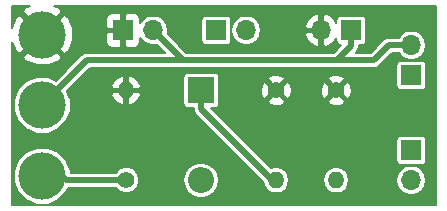
<source format=gbr>
%TF.GenerationSoftware,KiCad,Pcbnew,5.0.1-33cea8e~68~ubuntu16.04.1*%
%TF.CreationDate,2018-12-14T10:51:57+01:00*%
%TF.ProjectId,EVSE-Car-Simulator,455653452D4361722D53696D756C6174,rev?*%
%TF.SameCoordinates,Original*%
%TF.FileFunction,Copper,L1,Top,Signal*%
%TF.FilePolarity,Positive*%
%FSLAX46Y46*%
G04 Gerber Fmt 4.6, Leading zero omitted, Abs format (unit mm)*
G04 Created by KiCad (PCBNEW 5.0.1-33cea8e~68~ubuntu16.04.1) date Fr 14 Dez 2018 10:51:57 CET*
%MOMM*%
%LPD*%
G01*
G04 APERTURE LIST*
%ADD10C,1.400000*%
%ADD11O,1.400000X1.400000*%
%ADD12C,4.000000*%
%ADD13R,1.700000X1.700000*%
%ADD14O,1.700000X1.700000*%
%ADD15O,2.200000X2.200000*%
%ADD16R,2.200000X2.200000*%
%ADD17C,0.500000*%
%ADD18C,0.200000*%
G04 APERTURE END LIST*
D10*
X134620000Y-109220000D03*
D11*
X134620000Y-101600000D03*
D12*
X127508000Y-108870000D03*
X127508000Y-102870000D03*
X127508000Y-96870000D03*
D13*
X134366000Y-96520000D03*
D14*
X136906000Y-96520000D03*
D15*
X140970000Y-109220000D03*
D16*
X140970000Y-101600000D03*
D13*
X153670000Y-96520000D03*
D14*
X151130000Y-96520000D03*
X158750000Y-97790000D03*
D13*
X158750000Y-100330000D03*
D14*
X144780000Y-96520000D03*
D13*
X142240000Y-96520000D03*
X158750000Y-106680000D03*
D14*
X158750000Y-109220000D03*
D11*
X147320000Y-109220000D03*
D10*
X147320000Y-101600000D03*
X152400000Y-101600000D03*
D11*
X152400000Y-109220000D03*
D17*
X127508000Y-102870000D02*
X128016000Y-102870000D01*
X153670000Y-97870000D02*
X152480000Y-99060000D01*
X153670000Y-96520000D02*
X153670000Y-97870000D01*
X152480000Y-99060000D02*
X139446000Y-99060000D01*
X139446000Y-99060000D02*
X137541000Y-97155000D01*
X137541000Y-97155000D02*
X136906000Y-96520000D01*
X131318000Y-99060000D02*
X127508000Y-102870000D01*
X139446000Y-99060000D02*
X131318000Y-99060000D01*
X158750000Y-97790000D02*
X156845000Y-97790000D01*
X156845000Y-97790000D02*
X155575000Y-99060000D01*
X155575000Y-99060000D02*
X152480000Y-99060000D01*
X127000000Y-107950000D02*
X128270000Y-107950000D01*
X129540000Y-109220000D02*
X134620000Y-109220000D01*
X128270000Y-107950000D02*
X129540000Y-109220000D01*
X140970000Y-103200000D02*
X146990000Y-109220000D01*
X146990000Y-109220000D02*
X147320000Y-109220000D01*
X140970000Y-101600000D02*
X140970000Y-103200000D01*
D18*
G36*
X126072236Y-94631839D02*
X125847459Y-94991670D01*
X127508000Y-96652211D01*
X129168541Y-94991670D01*
X128943764Y-94631839D01*
X128493216Y-94455000D01*
X160815001Y-94455000D01*
X160815000Y-111285000D01*
X124935000Y-111285000D01*
X124935000Y-108392610D01*
X125108000Y-108392610D01*
X125108000Y-109347390D01*
X125473378Y-110229491D01*
X126148509Y-110904622D01*
X127030610Y-111270000D01*
X127985390Y-111270000D01*
X128867491Y-110904622D01*
X129542622Y-110229491D01*
X129691528Y-109870000D01*
X133714365Y-109870000D01*
X133996900Y-110152535D01*
X134401196Y-110320000D01*
X134838804Y-110320000D01*
X135243100Y-110152535D01*
X135552535Y-109843100D01*
X135720000Y-109438804D01*
X135720000Y-109220000D01*
X139440614Y-109220000D01*
X139557032Y-109805271D01*
X139888561Y-110301439D01*
X140384729Y-110632968D01*
X140822267Y-110720000D01*
X141117733Y-110720000D01*
X141555271Y-110632968D01*
X142051439Y-110301439D01*
X142382968Y-109805271D01*
X142499386Y-109220000D01*
X142382968Y-108634729D01*
X142051439Y-108138561D01*
X141555271Y-107807032D01*
X141117733Y-107720000D01*
X140822267Y-107720000D01*
X140384729Y-107807032D01*
X139888561Y-108138561D01*
X139557032Y-108634729D01*
X139440614Y-109220000D01*
X135720000Y-109220000D01*
X135720000Y-109001196D01*
X135552535Y-108596900D01*
X135243100Y-108287465D01*
X134838804Y-108120000D01*
X134401196Y-108120000D01*
X133996900Y-108287465D01*
X133714365Y-108570000D01*
X129908000Y-108570000D01*
X129908000Y-108392610D01*
X129542622Y-107510509D01*
X128867491Y-106835378D01*
X127985390Y-106470000D01*
X127030610Y-106470000D01*
X126148509Y-106835378D01*
X125473378Y-107510509D01*
X125108000Y-108392610D01*
X124935000Y-108392610D01*
X124935000Y-102392610D01*
X125108000Y-102392610D01*
X125108000Y-103347390D01*
X125473378Y-104229491D01*
X126148509Y-104904622D01*
X127030610Y-105270000D01*
X127985390Y-105270000D01*
X128867491Y-104904622D01*
X129542622Y-104229491D01*
X129908000Y-103347390D01*
X129908000Y-102392610D01*
X129726860Y-101955299D01*
X133361167Y-101955299D01*
X133592957Y-102409988D01*
X133981105Y-102741364D01*
X134264703Y-102858820D01*
X134466000Y-102745696D01*
X134466000Y-101754000D01*
X134774000Y-101754000D01*
X134774000Y-102745696D01*
X134975297Y-102858820D01*
X135258895Y-102741364D01*
X135647043Y-102409988D01*
X135878833Y-101955299D01*
X135766916Y-101754000D01*
X134774000Y-101754000D01*
X134466000Y-101754000D01*
X133473084Y-101754000D01*
X133361167Y-101955299D01*
X129726860Y-101955299D01*
X129614119Y-101683119D01*
X130052537Y-101244701D01*
X133361167Y-101244701D01*
X133473084Y-101446000D01*
X134466000Y-101446000D01*
X134466000Y-100454304D01*
X134774000Y-100454304D01*
X134774000Y-101446000D01*
X135766916Y-101446000D01*
X135878833Y-101244701D01*
X135647043Y-100790012D01*
X135307346Y-100500000D01*
X139462164Y-100500000D01*
X139462164Y-102700000D01*
X139493209Y-102856072D01*
X139581616Y-102988384D01*
X139713928Y-103076791D01*
X139870000Y-103107836D01*
X140320001Y-103107836D01*
X140320001Y-103135979D01*
X140307266Y-103200000D01*
X140334841Y-103338623D01*
X140357715Y-103453617D01*
X140501377Y-103668624D01*
X140555652Y-103704889D01*
X146230156Y-109379394D01*
X146283823Y-109649199D01*
X146526944Y-110013056D01*
X146890801Y-110256177D01*
X147211661Y-110320000D01*
X147428339Y-110320000D01*
X147749199Y-110256177D01*
X148113056Y-110013056D01*
X148356177Y-109649199D01*
X148441550Y-109220000D01*
X151278450Y-109220000D01*
X151363823Y-109649199D01*
X151606944Y-110013056D01*
X151970801Y-110256177D01*
X152291661Y-110320000D01*
X152508339Y-110320000D01*
X152829199Y-110256177D01*
X153193056Y-110013056D01*
X153436177Y-109649199D01*
X153521550Y-109220000D01*
X157475512Y-109220000D01*
X157572527Y-109707725D01*
X157848801Y-110121199D01*
X158262275Y-110397473D01*
X158626891Y-110470000D01*
X158873109Y-110470000D01*
X159237725Y-110397473D01*
X159651199Y-110121199D01*
X159927473Y-109707725D01*
X160024488Y-109220000D01*
X159927473Y-108732275D01*
X159651199Y-108318801D01*
X159237725Y-108042527D01*
X158873109Y-107970000D01*
X158626891Y-107970000D01*
X158262275Y-108042527D01*
X157848801Y-108318801D01*
X157572527Y-108732275D01*
X157475512Y-109220000D01*
X153521550Y-109220000D01*
X153436177Y-108790801D01*
X153193056Y-108426944D01*
X152829199Y-108183823D01*
X152508339Y-108120000D01*
X152291661Y-108120000D01*
X151970801Y-108183823D01*
X151606944Y-108426944D01*
X151363823Y-108790801D01*
X151278450Y-109220000D01*
X148441550Y-109220000D01*
X148356177Y-108790801D01*
X148113056Y-108426944D01*
X147749199Y-108183823D01*
X147428339Y-108120000D01*
X147211661Y-108120000D01*
X146890801Y-108183823D01*
X146880167Y-108190928D01*
X144519239Y-105830000D01*
X157492164Y-105830000D01*
X157492164Y-107530000D01*
X157523209Y-107686072D01*
X157611616Y-107818384D01*
X157743928Y-107906791D01*
X157900000Y-107937836D01*
X159600000Y-107937836D01*
X159756072Y-107906791D01*
X159888384Y-107818384D01*
X159976791Y-107686072D01*
X160007836Y-107530000D01*
X160007836Y-105830000D01*
X159976791Y-105673928D01*
X159888384Y-105541616D01*
X159756072Y-105453209D01*
X159600000Y-105422164D01*
X157900000Y-105422164D01*
X157743928Y-105453209D01*
X157611616Y-105541616D01*
X157523209Y-105673928D01*
X157492164Y-105830000D01*
X144519239Y-105830000D01*
X141797073Y-103107836D01*
X142070000Y-103107836D01*
X142226072Y-103076791D01*
X142358384Y-102988384D01*
X142446791Y-102856072D01*
X142477836Y-102700000D01*
X142477836Y-102537303D01*
X146600486Y-102537303D01*
X146665947Y-102762227D01*
X147160499Y-102924052D01*
X147679333Y-102884303D01*
X147974053Y-102762227D01*
X148039514Y-102537303D01*
X151680486Y-102537303D01*
X151745947Y-102762227D01*
X152240499Y-102924052D01*
X152759333Y-102884303D01*
X153054053Y-102762227D01*
X153119514Y-102537303D01*
X152400000Y-101817789D01*
X151680486Y-102537303D01*
X148039514Y-102537303D01*
X147320000Y-101817789D01*
X146600486Y-102537303D01*
X142477836Y-102537303D01*
X142477836Y-101440499D01*
X145995948Y-101440499D01*
X146035697Y-101959333D01*
X146157773Y-102254053D01*
X146382697Y-102319514D01*
X147102211Y-101600000D01*
X147537789Y-101600000D01*
X148257303Y-102319514D01*
X148482227Y-102254053D01*
X148644052Y-101759501D01*
X148619613Y-101440499D01*
X151075948Y-101440499D01*
X151115697Y-101959333D01*
X151237773Y-102254053D01*
X151462697Y-102319514D01*
X152182211Y-101600000D01*
X152617789Y-101600000D01*
X153337303Y-102319514D01*
X153562227Y-102254053D01*
X153724052Y-101759501D01*
X153684303Y-101240667D01*
X153562227Y-100945947D01*
X153337303Y-100880486D01*
X152617789Y-101600000D01*
X152182211Y-101600000D01*
X151462697Y-100880486D01*
X151237773Y-100945947D01*
X151075948Y-101440499D01*
X148619613Y-101440499D01*
X148604303Y-101240667D01*
X148482227Y-100945947D01*
X148257303Y-100880486D01*
X147537789Y-101600000D01*
X147102211Y-101600000D01*
X146382697Y-100880486D01*
X146157773Y-100945947D01*
X145995948Y-101440499D01*
X142477836Y-101440499D01*
X142477836Y-100662697D01*
X146600486Y-100662697D01*
X147320000Y-101382211D01*
X148039514Y-100662697D01*
X151680486Y-100662697D01*
X152400000Y-101382211D01*
X153119514Y-100662697D01*
X153054053Y-100437773D01*
X152559501Y-100275948D01*
X152040667Y-100315697D01*
X151745947Y-100437773D01*
X151680486Y-100662697D01*
X148039514Y-100662697D01*
X147974053Y-100437773D01*
X147479501Y-100275948D01*
X146960667Y-100315697D01*
X146665947Y-100437773D01*
X146600486Y-100662697D01*
X142477836Y-100662697D01*
X142477836Y-100500000D01*
X142446791Y-100343928D01*
X142358384Y-100211616D01*
X142226072Y-100123209D01*
X142070000Y-100092164D01*
X139870000Y-100092164D01*
X139713928Y-100123209D01*
X139581616Y-100211616D01*
X139493209Y-100343928D01*
X139462164Y-100500000D01*
X135307346Y-100500000D01*
X135258895Y-100458636D01*
X134975297Y-100341180D01*
X134774000Y-100454304D01*
X134466000Y-100454304D01*
X134264703Y-100341180D01*
X133981105Y-100458636D01*
X133592957Y-100790012D01*
X133361167Y-101244701D01*
X130052537Y-101244701D01*
X131587239Y-99710000D01*
X139381983Y-99710000D01*
X139446000Y-99722734D01*
X139510016Y-99710000D01*
X152415984Y-99710000D01*
X152480000Y-99722734D01*
X152544016Y-99710000D01*
X155510984Y-99710000D01*
X155575000Y-99722734D01*
X155639016Y-99710000D01*
X155639018Y-99710000D01*
X155828617Y-99672286D01*
X156043624Y-99528624D01*
X156076113Y-99480000D01*
X157492164Y-99480000D01*
X157492164Y-101180000D01*
X157523209Y-101336072D01*
X157611616Y-101468384D01*
X157743928Y-101556791D01*
X157900000Y-101587836D01*
X159600000Y-101587836D01*
X159756072Y-101556791D01*
X159888384Y-101468384D01*
X159976791Y-101336072D01*
X160007836Y-101180000D01*
X160007836Y-99480000D01*
X159976791Y-99323928D01*
X159888384Y-99191616D01*
X159756072Y-99103209D01*
X159600000Y-99072164D01*
X157900000Y-99072164D01*
X157743928Y-99103209D01*
X157611616Y-99191616D01*
X157523209Y-99323928D01*
X157492164Y-99480000D01*
X156076113Y-99480000D01*
X156079891Y-99474346D01*
X157114239Y-98440000D01*
X157680955Y-98440000D01*
X157848801Y-98691199D01*
X158262275Y-98967473D01*
X158626891Y-99040000D01*
X158873109Y-99040000D01*
X159237725Y-98967473D01*
X159651199Y-98691199D01*
X159927473Y-98277725D01*
X160024488Y-97790000D01*
X159927473Y-97302275D01*
X159651199Y-96888801D01*
X159237725Y-96612527D01*
X158873109Y-96540000D01*
X158626891Y-96540000D01*
X158262275Y-96612527D01*
X157848801Y-96888801D01*
X157680955Y-97140000D01*
X156909016Y-97140000D01*
X156844999Y-97127266D01*
X156780983Y-97140000D01*
X156780982Y-97140000D01*
X156591383Y-97177714D01*
X156376376Y-97321376D01*
X156340112Y-97375649D01*
X155305763Y-98410000D01*
X154049238Y-98410000D01*
X154084348Y-98374890D01*
X154138624Y-98338624D01*
X154282286Y-98123617D01*
X154320000Y-97934018D01*
X154320000Y-97934017D01*
X154332734Y-97870001D01*
X154320000Y-97805984D01*
X154320000Y-97777836D01*
X154520000Y-97777836D01*
X154676072Y-97746791D01*
X154808384Y-97658384D01*
X154896791Y-97526072D01*
X154927836Y-97370000D01*
X154927836Y-95670000D01*
X154896791Y-95513928D01*
X154808384Y-95381616D01*
X154676072Y-95293209D01*
X154520000Y-95262164D01*
X152820000Y-95262164D01*
X152663928Y-95293209D01*
X152531616Y-95381616D01*
X152443209Y-95513928D01*
X152412164Y-95670000D01*
X152412164Y-95886797D01*
X152285741Y-95631146D01*
X151857616Y-95256523D01*
X151508910Y-95112097D01*
X151284000Y-95223111D01*
X151284000Y-96366000D01*
X151304000Y-96366000D01*
X151304000Y-96674000D01*
X151284000Y-96674000D01*
X151284000Y-97816889D01*
X151508910Y-97927903D01*
X151857616Y-97783477D01*
X152285741Y-97408854D01*
X152412164Y-97153203D01*
X152412164Y-97370000D01*
X152443209Y-97526072D01*
X152531616Y-97658384D01*
X152663928Y-97746791D01*
X152820000Y-97777836D01*
X152842926Y-97777836D01*
X152210763Y-98410000D01*
X139715239Y-98410000D01*
X138121548Y-96816311D01*
X138180488Y-96520000D01*
X138083473Y-96032275D01*
X137841410Y-95670000D01*
X140982164Y-95670000D01*
X140982164Y-97370000D01*
X141013209Y-97526072D01*
X141101616Y-97658384D01*
X141233928Y-97746791D01*
X141390000Y-97777836D01*
X143090000Y-97777836D01*
X143246072Y-97746791D01*
X143378384Y-97658384D01*
X143466791Y-97526072D01*
X143497836Y-97370000D01*
X143497836Y-96520000D01*
X143505512Y-96520000D01*
X143602527Y-97007725D01*
X143878801Y-97421199D01*
X144292275Y-97697473D01*
X144656891Y-97770000D01*
X144903109Y-97770000D01*
X145267725Y-97697473D01*
X145681199Y-97421199D01*
X145957473Y-97007725D01*
X145979117Y-96898911D01*
X149722085Y-96898911D01*
X149974259Y-97408854D01*
X150402384Y-97783477D01*
X150751090Y-97927903D01*
X150976000Y-97816889D01*
X150976000Y-96674000D01*
X149832144Y-96674000D01*
X149722085Y-96898911D01*
X145979117Y-96898911D01*
X146054488Y-96520000D01*
X145979118Y-96141089D01*
X149722085Y-96141089D01*
X149832144Y-96366000D01*
X150976000Y-96366000D01*
X150976000Y-95223111D01*
X150751090Y-95112097D01*
X150402384Y-95256523D01*
X149974259Y-95631146D01*
X149722085Y-96141089D01*
X145979118Y-96141089D01*
X145957473Y-96032275D01*
X145681199Y-95618801D01*
X145267725Y-95342527D01*
X144903109Y-95270000D01*
X144656891Y-95270000D01*
X144292275Y-95342527D01*
X143878801Y-95618801D01*
X143602527Y-96032275D01*
X143505512Y-96520000D01*
X143497836Y-96520000D01*
X143497836Y-95670000D01*
X143466791Y-95513928D01*
X143378384Y-95381616D01*
X143246072Y-95293209D01*
X143090000Y-95262164D01*
X141390000Y-95262164D01*
X141233928Y-95293209D01*
X141101616Y-95381616D01*
X141013209Y-95513928D01*
X140982164Y-95670000D01*
X137841410Y-95670000D01*
X137807199Y-95618801D01*
X137393725Y-95342527D01*
X137029109Y-95270000D01*
X136782891Y-95270000D01*
X136418275Y-95342527D01*
X136004801Y-95618801D01*
X135824000Y-95889389D01*
X135824000Y-95549061D01*
X135731437Y-95325595D01*
X135560404Y-95154562D01*
X135336938Y-95062000D01*
X134672000Y-95062000D01*
X134520000Y-95214000D01*
X134520000Y-96366000D01*
X134540000Y-96366000D01*
X134540000Y-96674000D01*
X134520000Y-96674000D01*
X134520000Y-97826000D01*
X134672000Y-97978000D01*
X135336938Y-97978000D01*
X135560404Y-97885438D01*
X135731437Y-97714405D01*
X135824000Y-97490939D01*
X135824000Y-97150611D01*
X136004801Y-97421199D01*
X136418275Y-97697473D01*
X136782891Y-97770000D01*
X137029109Y-97770000D01*
X137202311Y-97735548D01*
X137876762Y-98410000D01*
X131382018Y-98410000D01*
X131318000Y-98397266D01*
X131064382Y-98447714D01*
X130940423Y-98530541D01*
X130849376Y-98591376D01*
X130813113Y-98645648D01*
X128694881Y-100763881D01*
X127985390Y-100470000D01*
X127030610Y-100470000D01*
X126148509Y-100835378D01*
X125473378Y-101510509D01*
X125108000Y-102392610D01*
X124935000Y-102392610D01*
X124935000Y-98748330D01*
X125847459Y-98748330D01*
X126072236Y-99108161D01*
X127038034Y-99487234D01*
X128075380Y-99467857D01*
X128943764Y-99108161D01*
X129168541Y-98748330D01*
X127508000Y-97087789D01*
X125847459Y-98748330D01*
X124935000Y-98748330D01*
X124935000Y-97497390D01*
X125269839Y-98305764D01*
X125629670Y-98530541D01*
X127290211Y-96870000D01*
X127725789Y-96870000D01*
X129386330Y-98530541D01*
X129746161Y-98305764D01*
X130125234Y-97339966D01*
X130115634Y-96826000D01*
X132908000Y-96826000D01*
X132908000Y-97490939D01*
X133000563Y-97714405D01*
X133171596Y-97885438D01*
X133395062Y-97978000D01*
X134060000Y-97978000D01*
X134212000Y-97826000D01*
X134212000Y-96674000D01*
X133060000Y-96674000D01*
X132908000Y-96826000D01*
X130115634Y-96826000D01*
X130105857Y-96302620D01*
X129793724Y-95549061D01*
X132908000Y-95549061D01*
X132908000Y-96214000D01*
X133060000Y-96366000D01*
X134212000Y-96366000D01*
X134212000Y-95214000D01*
X134060000Y-95062000D01*
X133395062Y-95062000D01*
X133171596Y-95154562D01*
X133000563Y-95325595D01*
X132908000Y-95549061D01*
X129793724Y-95549061D01*
X129746161Y-95434236D01*
X129386330Y-95209459D01*
X127725789Y-96870000D01*
X127290211Y-96870000D01*
X125629670Y-95209459D01*
X125269839Y-95434236D01*
X124935000Y-96287335D01*
X124935000Y-94455000D01*
X126499164Y-94455000D01*
X126072236Y-94631839D01*
X126072236Y-94631839D01*
G37*
X126072236Y-94631839D02*
X125847459Y-94991670D01*
X127508000Y-96652211D01*
X129168541Y-94991670D01*
X128943764Y-94631839D01*
X128493216Y-94455000D01*
X160815001Y-94455000D01*
X160815000Y-111285000D01*
X124935000Y-111285000D01*
X124935000Y-108392610D01*
X125108000Y-108392610D01*
X125108000Y-109347390D01*
X125473378Y-110229491D01*
X126148509Y-110904622D01*
X127030610Y-111270000D01*
X127985390Y-111270000D01*
X128867491Y-110904622D01*
X129542622Y-110229491D01*
X129691528Y-109870000D01*
X133714365Y-109870000D01*
X133996900Y-110152535D01*
X134401196Y-110320000D01*
X134838804Y-110320000D01*
X135243100Y-110152535D01*
X135552535Y-109843100D01*
X135720000Y-109438804D01*
X135720000Y-109220000D01*
X139440614Y-109220000D01*
X139557032Y-109805271D01*
X139888561Y-110301439D01*
X140384729Y-110632968D01*
X140822267Y-110720000D01*
X141117733Y-110720000D01*
X141555271Y-110632968D01*
X142051439Y-110301439D01*
X142382968Y-109805271D01*
X142499386Y-109220000D01*
X142382968Y-108634729D01*
X142051439Y-108138561D01*
X141555271Y-107807032D01*
X141117733Y-107720000D01*
X140822267Y-107720000D01*
X140384729Y-107807032D01*
X139888561Y-108138561D01*
X139557032Y-108634729D01*
X139440614Y-109220000D01*
X135720000Y-109220000D01*
X135720000Y-109001196D01*
X135552535Y-108596900D01*
X135243100Y-108287465D01*
X134838804Y-108120000D01*
X134401196Y-108120000D01*
X133996900Y-108287465D01*
X133714365Y-108570000D01*
X129908000Y-108570000D01*
X129908000Y-108392610D01*
X129542622Y-107510509D01*
X128867491Y-106835378D01*
X127985390Y-106470000D01*
X127030610Y-106470000D01*
X126148509Y-106835378D01*
X125473378Y-107510509D01*
X125108000Y-108392610D01*
X124935000Y-108392610D01*
X124935000Y-102392610D01*
X125108000Y-102392610D01*
X125108000Y-103347390D01*
X125473378Y-104229491D01*
X126148509Y-104904622D01*
X127030610Y-105270000D01*
X127985390Y-105270000D01*
X128867491Y-104904622D01*
X129542622Y-104229491D01*
X129908000Y-103347390D01*
X129908000Y-102392610D01*
X129726860Y-101955299D01*
X133361167Y-101955299D01*
X133592957Y-102409988D01*
X133981105Y-102741364D01*
X134264703Y-102858820D01*
X134466000Y-102745696D01*
X134466000Y-101754000D01*
X134774000Y-101754000D01*
X134774000Y-102745696D01*
X134975297Y-102858820D01*
X135258895Y-102741364D01*
X135647043Y-102409988D01*
X135878833Y-101955299D01*
X135766916Y-101754000D01*
X134774000Y-101754000D01*
X134466000Y-101754000D01*
X133473084Y-101754000D01*
X133361167Y-101955299D01*
X129726860Y-101955299D01*
X129614119Y-101683119D01*
X130052537Y-101244701D01*
X133361167Y-101244701D01*
X133473084Y-101446000D01*
X134466000Y-101446000D01*
X134466000Y-100454304D01*
X134774000Y-100454304D01*
X134774000Y-101446000D01*
X135766916Y-101446000D01*
X135878833Y-101244701D01*
X135647043Y-100790012D01*
X135307346Y-100500000D01*
X139462164Y-100500000D01*
X139462164Y-102700000D01*
X139493209Y-102856072D01*
X139581616Y-102988384D01*
X139713928Y-103076791D01*
X139870000Y-103107836D01*
X140320001Y-103107836D01*
X140320001Y-103135979D01*
X140307266Y-103200000D01*
X140334841Y-103338623D01*
X140357715Y-103453617D01*
X140501377Y-103668624D01*
X140555652Y-103704889D01*
X146230156Y-109379394D01*
X146283823Y-109649199D01*
X146526944Y-110013056D01*
X146890801Y-110256177D01*
X147211661Y-110320000D01*
X147428339Y-110320000D01*
X147749199Y-110256177D01*
X148113056Y-110013056D01*
X148356177Y-109649199D01*
X148441550Y-109220000D01*
X151278450Y-109220000D01*
X151363823Y-109649199D01*
X151606944Y-110013056D01*
X151970801Y-110256177D01*
X152291661Y-110320000D01*
X152508339Y-110320000D01*
X152829199Y-110256177D01*
X153193056Y-110013056D01*
X153436177Y-109649199D01*
X153521550Y-109220000D01*
X157475512Y-109220000D01*
X157572527Y-109707725D01*
X157848801Y-110121199D01*
X158262275Y-110397473D01*
X158626891Y-110470000D01*
X158873109Y-110470000D01*
X159237725Y-110397473D01*
X159651199Y-110121199D01*
X159927473Y-109707725D01*
X160024488Y-109220000D01*
X159927473Y-108732275D01*
X159651199Y-108318801D01*
X159237725Y-108042527D01*
X158873109Y-107970000D01*
X158626891Y-107970000D01*
X158262275Y-108042527D01*
X157848801Y-108318801D01*
X157572527Y-108732275D01*
X157475512Y-109220000D01*
X153521550Y-109220000D01*
X153436177Y-108790801D01*
X153193056Y-108426944D01*
X152829199Y-108183823D01*
X152508339Y-108120000D01*
X152291661Y-108120000D01*
X151970801Y-108183823D01*
X151606944Y-108426944D01*
X151363823Y-108790801D01*
X151278450Y-109220000D01*
X148441550Y-109220000D01*
X148356177Y-108790801D01*
X148113056Y-108426944D01*
X147749199Y-108183823D01*
X147428339Y-108120000D01*
X147211661Y-108120000D01*
X146890801Y-108183823D01*
X146880167Y-108190928D01*
X144519239Y-105830000D01*
X157492164Y-105830000D01*
X157492164Y-107530000D01*
X157523209Y-107686072D01*
X157611616Y-107818384D01*
X157743928Y-107906791D01*
X157900000Y-107937836D01*
X159600000Y-107937836D01*
X159756072Y-107906791D01*
X159888384Y-107818384D01*
X159976791Y-107686072D01*
X160007836Y-107530000D01*
X160007836Y-105830000D01*
X159976791Y-105673928D01*
X159888384Y-105541616D01*
X159756072Y-105453209D01*
X159600000Y-105422164D01*
X157900000Y-105422164D01*
X157743928Y-105453209D01*
X157611616Y-105541616D01*
X157523209Y-105673928D01*
X157492164Y-105830000D01*
X144519239Y-105830000D01*
X141797073Y-103107836D01*
X142070000Y-103107836D01*
X142226072Y-103076791D01*
X142358384Y-102988384D01*
X142446791Y-102856072D01*
X142477836Y-102700000D01*
X142477836Y-102537303D01*
X146600486Y-102537303D01*
X146665947Y-102762227D01*
X147160499Y-102924052D01*
X147679333Y-102884303D01*
X147974053Y-102762227D01*
X148039514Y-102537303D01*
X151680486Y-102537303D01*
X151745947Y-102762227D01*
X152240499Y-102924052D01*
X152759333Y-102884303D01*
X153054053Y-102762227D01*
X153119514Y-102537303D01*
X152400000Y-101817789D01*
X151680486Y-102537303D01*
X148039514Y-102537303D01*
X147320000Y-101817789D01*
X146600486Y-102537303D01*
X142477836Y-102537303D01*
X142477836Y-101440499D01*
X145995948Y-101440499D01*
X146035697Y-101959333D01*
X146157773Y-102254053D01*
X146382697Y-102319514D01*
X147102211Y-101600000D01*
X147537789Y-101600000D01*
X148257303Y-102319514D01*
X148482227Y-102254053D01*
X148644052Y-101759501D01*
X148619613Y-101440499D01*
X151075948Y-101440499D01*
X151115697Y-101959333D01*
X151237773Y-102254053D01*
X151462697Y-102319514D01*
X152182211Y-101600000D01*
X152617789Y-101600000D01*
X153337303Y-102319514D01*
X153562227Y-102254053D01*
X153724052Y-101759501D01*
X153684303Y-101240667D01*
X153562227Y-100945947D01*
X153337303Y-100880486D01*
X152617789Y-101600000D01*
X152182211Y-101600000D01*
X151462697Y-100880486D01*
X151237773Y-100945947D01*
X151075948Y-101440499D01*
X148619613Y-101440499D01*
X148604303Y-101240667D01*
X148482227Y-100945947D01*
X148257303Y-100880486D01*
X147537789Y-101600000D01*
X147102211Y-101600000D01*
X146382697Y-100880486D01*
X146157773Y-100945947D01*
X145995948Y-101440499D01*
X142477836Y-101440499D01*
X142477836Y-100662697D01*
X146600486Y-100662697D01*
X147320000Y-101382211D01*
X148039514Y-100662697D01*
X151680486Y-100662697D01*
X152400000Y-101382211D01*
X153119514Y-100662697D01*
X153054053Y-100437773D01*
X152559501Y-100275948D01*
X152040667Y-100315697D01*
X151745947Y-100437773D01*
X151680486Y-100662697D01*
X148039514Y-100662697D01*
X147974053Y-100437773D01*
X147479501Y-100275948D01*
X146960667Y-100315697D01*
X146665947Y-100437773D01*
X146600486Y-100662697D01*
X142477836Y-100662697D01*
X142477836Y-100500000D01*
X142446791Y-100343928D01*
X142358384Y-100211616D01*
X142226072Y-100123209D01*
X142070000Y-100092164D01*
X139870000Y-100092164D01*
X139713928Y-100123209D01*
X139581616Y-100211616D01*
X139493209Y-100343928D01*
X139462164Y-100500000D01*
X135307346Y-100500000D01*
X135258895Y-100458636D01*
X134975297Y-100341180D01*
X134774000Y-100454304D01*
X134466000Y-100454304D01*
X134264703Y-100341180D01*
X133981105Y-100458636D01*
X133592957Y-100790012D01*
X133361167Y-101244701D01*
X130052537Y-101244701D01*
X131587239Y-99710000D01*
X139381983Y-99710000D01*
X139446000Y-99722734D01*
X139510016Y-99710000D01*
X152415984Y-99710000D01*
X152480000Y-99722734D01*
X152544016Y-99710000D01*
X155510984Y-99710000D01*
X155575000Y-99722734D01*
X155639016Y-99710000D01*
X155639018Y-99710000D01*
X155828617Y-99672286D01*
X156043624Y-99528624D01*
X156076113Y-99480000D01*
X157492164Y-99480000D01*
X157492164Y-101180000D01*
X157523209Y-101336072D01*
X157611616Y-101468384D01*
X157743928Y-101556791D01*
X157900000Y-101587836D01*
X159600000Y-101587836D01*
X159756072Y-101556791D01*
X159888384Y-101468384D01*
X159976791Y-101336072D01*
X160007836Y-101180000D01*
X160007836Y-99480000D01*
X159976791Y-99323928D01*
X159888384Y-99191616D01*
X159756072Y-99103209D01*
X159600000Y-99072164D01*
X157900000Y-99072164D01*
X157743928Y-99103209D01*
X157611616Y-99191616D01*
X157523209Y-99323928D01*
X157492164Y-99480000D01*
X156076113Y-99480000D01*
X156079891Y-99474346D01*
X157114239Y-98440000D01*
X157680955Y-98440000D01*
X157848801Y-98691199D01*
X158262275Y-98967473D01*
X158626891Y-99040000D01*
X158873109Y-99040000D01*
X159237725Y-98967473D01*
X159651199Y-98691199D01*
X159927473Y-98277725D01*
X160024488Y-97790000D01*
X159927473Y-97302275D01*
X159651199Y-96888801D01*
X159237725Y-96612527D01*
X158873109Y-96540000D01*
X158626891Y-96540000D01*
X158262275Y-96612527D01*
X157848801Y-96888801D01*
X157680955Y-97140000D01*
X156909016Y-97140000D01*
X156844999Y-97127266D01*
X156780983Y-97140000D01*
X156780982Y-97140000D01*
X156591383Y-97177714D01*
X156376376Y-97321376D01*
X156340112Y-97375649D01*
X155305763Y-98410000D01*
X154049238Y-98410000D01*
X154084348Y-98374890D01*
X154138624Y-98338624D01*
X154282286Y-98123617D01*
X154320000Y-97934018D01*
X154320000Y-97934017D01*
X154332734Y-97870001D01*
X154320000Y-97805984D01*
X154320000Y-97777836D01*
X154520000Y-97777836D01*
X154676072Y-97746791D01*
X154808384Y-97658384D01*
X154896791Y-97526072D01*
X154927836Y-97370000D01*
X154927836Y-95670000D01*
X154896791Y-95513928D01*
X154808384Y-95381616D01*
X154676072Y-95293209D01*
X154520000Y-95262164D01*
X152820000Y-95262164D01*
X152663928Y-95293209D01*
X152531616Y-95381616D01*
X152443209Y-95513928D01*
X152412164Y-95670000D01*
X152412164Y-95886797D01*
X152285741Y-95631146D01*
X151857616Y-95256523D01*
X151508910Y-95112097D01*
X151284000Y-95223111D01*
X151284000Y-96366000D01*
X151304000Y-96366000D01*
X151304000Y-96674000D01*
X151284000Y-96674000D01*
X151284000Y-97816889D01*
X151508910Y-97927903D01*
X151857616Y-97783477D01*
X152285741Y-97408854D01*
X152412164Y-97153203D01*
X152412164Y-97370000D01*
X152443209Y-97526072D01*
X152531616Y-97658384D01*
X152663928Y-97746791D01*
X152820000Y-97777836D01*
X152842926Y-97777836D01*
X152210763Y-98410000D01*
X139715239Y-98410000D01*
X138121548Y-96816311D01*
X138180488Y-96520000D01*
X138083473Y-96032275D01*
X137841410Y-95670000D01*
X140982164Y-95670000D01*
X140982164Y-97370000D01*
X141013209Y-97526072D01*
X141101616Y-97658384D01*
X141233928Y-97746791D01*
X141390000Y-97777836D01*
X143090000Y-97777836D01*
X143246072Y-97746791D01*
X143378384Y-97658384D01*
X143466791Y-97526072D01*
X143497836Y-97370000D01*
X143497836Y-96520000D01*
X143505512Y-96520000D01*
X143602527Y-97007725D01*
X143878801Y-97421199D01*
X144292275Y-97697473D01*
X144656891Y-97770000D01*
X144903109Y-97770000D01*
X145267725Y-97697473D01*
X145681199Y-97421199D01*
X145957473Y-97007725D01*
X145979117Y-96898911D01*
X149722085Y-96898911D01*
X149974259Y-97408854D01*
X150402384Y-97783477D01*
X150751090Y-97927903D01*
X150976000Y-97816889D01*
X150976000Y-96674000D01*
X149832144Y-96674000D01*
X149722085Y-96898911D01*
X145979117Y-96898911D01*
X146054488Y-96520000D01*
X145979118Y-96141089D01*
X149722085Y-96141089D01*
X149832144Y-96366000D01*
X150976000Y-96366000D01*
X150976000Y-95223111D01*
X150751090Y-95112097D01*
X150402384Y-95256523D01*
X149974259Y-95631146D01*
X149722085Y-96141089D01*
X145979118Y-96141089D01*
X145957473Y-96032275D01*
X145681199Y-95618801D01*
X145267725Y-95342527D01*
X144903109Y-95270000D01*
X144656891Y-95270000D01*
X144292275Y-95342527D01*
X143878801Y-95618801D01*
X143602527Y-96032275D01*
X143505512Y-96520000D01*
X143497836Y-96520000D01*
X143497836Y-95670000D01*
X143466791Y-95513928D01*
X143378384Y-95381616D01*
X143246072Y-95293209D01*
X143090000Y-95262164D01*
X141390000Y-95262164D01*
X141233928Y-95293209D01*
X141101616Y-95381616D01*
X141013209Y-95513928D01*
X140982164Y-95670000D01*
X137841410Y-95670000D01*
X137807199Y-95618801D01*
X137393725Y-95342527D01*
X137029109Y-95270000D01*
X136782891Y-95270000D01*
X136418275Y-95342527D01*
X136004801Y-95618801D01*
X135824000Y-95889389D01*
X135824000Y-95549061D01*
X135731437Y-95325595D01*
X135560404Y-95154562D01*
X135336938Y-95062000D01*
X134672000Y-95062000D01*
X134520000Y-95214000D01*
X134520000Y-96366000D01*
X134540000Y-96366000D01*
X134540000Y-96674000D01*
X134520000Y-96674000D01*
X134520000Y-97826000D01*
X134672000Y-97978000D01*
X135336938Y-97978000D01*
X135560404Y-97885438D01*
X135731437Y-97714405D01*
X135824000Y-97490939D01*
X135824000Y-97150611D01*
X136004801Y-97421199D01*
X136418275Y-97697473D01*
X136782891Y-97770000D01*
X137029109Y-97770000D01*
X137202311Y-97735548D01*
X137876762Y-98410000D01*
X131382018Y-98410000D01*
X131318000Y-98397266D01*
X131064382Y-98447714D01*
X130940423Y-98530541D01*
X130849376Y-98591376D01*
X130813113Y-98645648D01*
X128694881Y-100763881D01*
X127985390Y-100470000D01*
X127030610Y-100470000D01*
X126148509Y-100835378D01*
X125473378Y-101510509D01*
X125108000Y-102392610D01*
X124935000Y-102392610D01*
X124935000Y-98748330D01*
X125847459Y-98748330D01*
X126072236Y-99108161D01*
X127038034Y-99487234D01*
X128075380Y-99467857D01*
X128943764Y-99108161D01*
X129168541Y-98748330D01*
X127508000Y-97087789D01*
X125847459Y-98748330D01*
X124935000Y-98748330D01*
X124935000Y-97497390D01*
X125269839Y-98305764D01*
X125629670Y-98530541D01*
X127290211Y-96870000D01*
X127725789Y-96870000D01*
X129386330Y-98530541D01*
X129746161Y-98305764D01*
X130125234Y-97339966D01*
X130115634Y-96826000D01*
X132908000Y-96826000D01*
X132908000Y-97490939D01*
X133000563Y-97714405D01*
X133171596Y-97885438D01*
X133395062Y-97978000D01*
X134060000Y-97978000D01*
X134212000Y-97826000D01*
X134212000Y-96674000D01*
X133060000Y-96674000D01*
X132908000Y-96826000D01*
X130115634Y-96826000D01*
X130105857Y-96302620D01*
X129793724Y-95549061D01*
X132908000Y-95549061D01*
X132908000Y-96214000D01*
X133060000Y-96366000D01*
X134212000Y-96366000D01*
X134212000Y-95214000D01*
X134060000Y-95062000D01*
X133395062Y-95062000D01*
X133171596Y-95154562D01*
X133000563Y-95325595D01*
X132908000Y-95549061D01*
X129793724Y-95549061D01*
X129746161Y-95434236D01*
X129386330Y-95209459D01*
X127725789Y-96870000D01*
X127290211Y-96870000D01*
X125629670Y-95209459D01*
X125269839Y-95434236D01*
X124935000Y-96287335D01*
X124935000Y-94455000D01*
X126499164Y-94455000D01*
X126072236Y-94631839D01*
M02*

</source>
